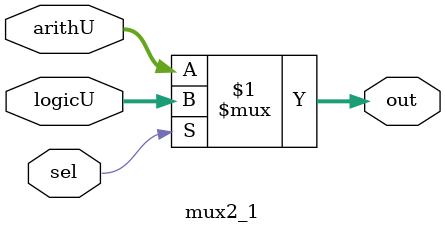
<source format=v>
module mux2_1 (logicU, arithU, sel, out);
    input [31:0] logicU, arithU;
    input sel;
    output [31:0] out;
    assign out = sel ? logicU : arithU;
endmodule
</source>
